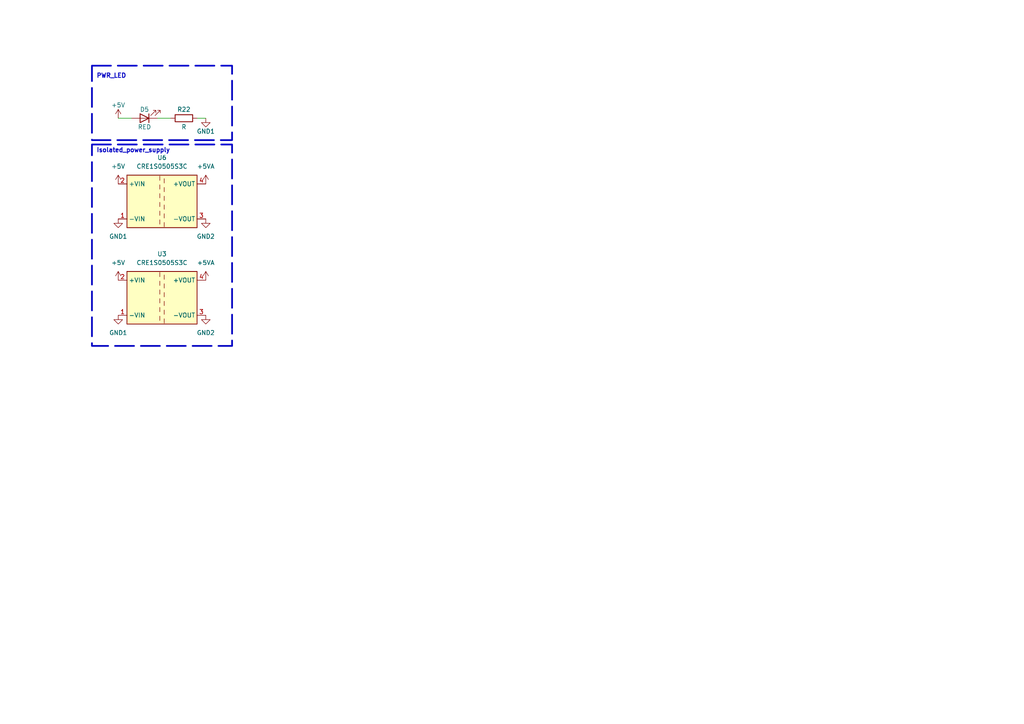
<source format=kicad_sch>
(kicad_sch (version 20230121) (generator eeschema)
  (paper "A4")
  (lib_symbols
    (symbol "Device:LED" (pin_numbers hide) (pin_names (offset 1.016) hide)
      (property "Reference" "D" (at 0 2.54 0))
      (property "Value" "LED" (at 0 -2.54 0))
      (symbol "LED_0_1"
        (polyline (pts (xy -1.27 -1.27) (xy -1.27 1.27)) (stroke (width 0.254)))
        (polyline (pts (xy -1.27 0) (xy 1.27 0)))
        (polyline (pts (xy 1.27 -1.27) (xy 1.27 1.27) (xy -1.27 0) (xy 1.27 -1.27)) (stroke (width 0.254)))
        (polyline (pts (xy -3.048 -0.762) (xy -4.572 -2.286) (xy -3.81 -2.286) (xy -4.572 -2.286) (xy -4.572 -1.524)))
        (polyline (pts (xy -1.778 -0.762) (xy -3.302 -2.286) (xy -2.54 -2.286) (xy -3.302 -2.286) (xy -3.302 -1.524)))
      )
      (symbol "LED_1_1"
        (pin passive line (at -3.81 0 0) (length 2.54) (name "K") (number "1"))
        (pin passive line (at 3.81 0 180) (length 2.54) (name "A") (number "2"))
      )
    )
    (symbol "Device:R" (pin_numbers hide) (pin_names (offset 0))
      (property "Reference" "R" (at 2.032 0 90))
      (property "Value" "R" (at 0 0 90))
      (symbol "R_0_1"
        (rectangle (start -1.016 -2.54) (end 1.016 2.54) (stroke (width 0.254)))
      )
      (symbol "R_1_1"
        (pin passive line (at 0 3.81 270) (length 1.27) (name "~") (number "1"))
        (pin passive line (at 0 -3.81 90) (length 1.27) (name "~") (number "2"))
      )
    )
    (symbol "Regulator_Switching:CRE1S0505S3C"
      (property "Reference" "U" (at -8.89 8.89 0))
      (property "Value" "CRE1S0505S3C" (at 2.54 8.89 0))
      (symbol "CRE1S0505S3C_0_1"
        (rectangle (start -10.16 7.62) (end 10.16 -7.62) (stroke (width 0.254)) (fill (type background)))
        (polyline (pts (xy -0.635 -5.334) (xy -0.635 -6.604)))
        (polyline (pts (xy -0.635 -2.794) (xy -0.635 -4.064)))
        (polyline (pts (xy -0.635 -0.254) (xy -0.635 -1.524)))
        (polyline (pts (xy -0.635 2.286) (xy -0.635 1.016)))
        (polyline (pts (xy -0.635 4.826) (xy -0.635 3.556)))
        (polyline (pts (xy -0.635 7.366) (xy -0.635 6.096)))
        (polyline (pts (xy 0.635 -7.366) (xy 0.635 -6.096)))
        (polyline (pts (xy 0.635 -4.826) (xy 0.635 -3.556)))
        (polyline (pts (xy 0.635 -2.286) (xy 0.635 -1.016)))
        (polyline (pts (xy 0.635 0.254) (xy 0.635 1.524)))
        (polyline (pts (xy 0.635 2.794) (xy 0.635 4.064)))
        (polyline (pts (xy 0.635 5.334) (xy 0.635 6.604)))
      )
      (symbol "CRE1S0505S3C_1_1"
        (pin power_in line (at -12.7 -5.08 0) (length 2.54) (name "-VIN") (number "1"))
        (pin power_in line (at -12.7 5.08 0) (length 2.54) (name "+VIN") (number "2"))
        (pin power_out line (at 12.7 -5.08 180) (length 2.54) (name "-VOUT") (number "3"))
        (pin power_out line (at 12.7 5.08 180) (length 2.54) (name "+VOUT") (number "4"))
      )
    )
    (symbol "power:+5V" (power) (pin_names (offset 0))
      (property "Value" "+5V" (at 0 3.556 0))
      (symbol "+5V_0_1"
        (polyline (pts (xy -0.762 1.27) (xy 0 2.54)))
        (polyline (pts (xy 0 0) (xy 0 2.54)))
        (polyline (pts (xy 0 2.54) (xy 0.762 1.27)))
      )
      (symbol "+5V_1_1"
        (pin power_in line (at 0 0 90) (length 0) hide (name "+5V") (number "1"))
      )
    )
    (symbol "power:+5VA" (power) (pin_names (offset 0))
      (property "Value" "+5VA" (at 0 3.556 0))
      (symbol "+5VA_0_1"
        (polyline (pts (xy -0.762 1.27) (xy 0 2.54)))
        (polyline (pts (xy 0 0) (xy 0 2.54)))
        (polyline (pts (xy 0 2.54) (xy 0.762 1.27)))
      )
      (symbol "+5VA_1_1"
        (pin power_in line (at 0 0 90) (length 0) hide (name "+5VA") (number "1"))
      )
    )
    (symbol "power:GND1" (power) (pin_names (offset 0))
      (property "Value" "GND1" (at 0 -3.81 0))
      (symbol "GND1_0_1"
        (polyline (pts (xy 0 0) (xy 0 -1.27) (xy 1.27 -1.27) (xy 0 -2.54) (xy -1.27 -1.27) (xy 0 -1.27)))
      )
      (symbol "GND1_1_1"
        (pin power_in line (at 0 0 270) (length 0) hide (name "GND1") (number "1"))
      )
    )
    (symbol "power:GND2" (power) (pin_names (offset 0))
      (property "Value" "GND2" (at 0 -3.81 0))
      (symbol "GND2_0_1"
        (polyline (pts (xy 0 0) (xy 0 -1.27) (xy 1.27 -1.27) (xy 0 -2.54) (xy -1.27 -1.27) (xy 0 -1.27)))
      )
      (symbol "GND2_1_1"
        (pin power_in line (at 0 0 270) (length 0) hide (name "GND2") (number "1"))
      )
    )
  )
  (wire (pts (xy 34.29 34.29) (xy 38.1 34.29)))
  (wire (pts (xy 57.15 34.29) (xy 59.69 34.29)))
  (wire (pts (xy 49.53 34.29) (xy 45.72 34.29)))
  (rectangle (start 26.67 19.05) (end 67.31 40.64) (stroke (width 0.5) (type dash)))
  (rectangle (start 26.67 41.91) (end 67.31 100.33) (stroke (width 0.5) (type dash)))
  (text "PWR_LED" (at 27.94 22.86 0) (effects (font (size 1.27 1.27) bold) (justify left bottom)))
  (text "Isolated_power_supply\n" (at 27.94 44.45 0) (effects (font (size 1.27 1.27) (thickness 0.254) bold) (justify left bottom)))
  (symbol (lib_id "power:GND1") (at 34.29 91.44 0) (unit 1)
    (property "Reference" "#PWR050" (effects hide))
    (property "Value" "GND1" (at 34.29 96.52 0))
    (instances (project "Rapid_Core-RCP" (path "" (reference "#PWR050") (unit 1)) (path "" (reference "#PWR049") (unit 1))))
  )
  (symbol (lib_id "power:+5V") (at 34.29 34.29 0) (unit 1)
    (property "Reference" "#PWR071" (effects hide))
    (property "Value" "+5V" (at 34.29 30.48 0))
    (instances (project "Rapid_Core-RCP" (path "" (reference "#PWR071") (unit 1)) (path "" (reference "#PWR045") (unit 1))))
  )
  (symbol (lib_id "Regulator_Switching:CRE1S0505S3C") (at 46.99 58.42 0) (unit 1)
    (property "Reference" "U6" (at 46.99 45.72 0))
    (property "Value" "CRE1S0505S3C" (at 46.99 48.26 0))
    (property "Footprint" "Converter_DCDC:Converter_DCDC_Murata_CRE1xxxxxx3C_THT" (effects hide))
    (property "Datasheet" "http://power.murata.com/datasheet?/data/power/ncl/kdc_cre1.pdf" (effects hide))
    (instances (project "Rapid_Core-RCP" (path "" (reference "U6") (unit 1)) (path "" (reference "U3") (unit 1))))
  )
  (symbol (lib_id "Regulator_Switching:CRE1S0505S3C") (at 46.99 86.36 0) (unit 1)
    (property "Reference" "U3" (at 46.99 73.66 0))
    (property "Value" "CRE1S0505S3C" (at 46.99 76.2 0))
    (property "Footprint" "Converter_DCDC:Converter_DCDC_Murata_CRE1xxxxxx3C_THT" (effects hide))
    (property "Datasheet" "http://power.murata.com/datasheet?/data/power/ncl/kdc_cre1.pdf" (effects hide))
    (instances (project "Rapid_Core-RCP" (path "" (reference "U3") (unit 1)) (path "" (reference "U6") (unit 1))))
  )
  (symbol (lib_id "power:+5V") (at 34.29 53.34 0) (unit 1)
    (property "Reference" "#PWR045" (effects hide))
    (property "Value" "+5V" (at 34.29 48.26 0))
    (instances (project "Rapid_Core-RCP" (path "" (reference "#PWR045") (unit 1)) (path "" (reference "#PWR046") (unit 1))))
  )
  (symbol (lib_id "Device:R") (at 53.34 34.29 90) (unit 1)
    (property "Reference" "R22" (at 53.34 31.75 90))
    (property "Value" "R" (at 53.34 36.83 90))
    (instances (project "Rapid_Core-RCP" (path "" (reference "R22") (unit 1)) (path "" (reference "R28") (unit 1))))
  )
  (symbol (lib_id "power:GND1") (at 34.29 63.5 0) (unit 1)
    (property "Reference" "#PWR049" (effects hide))
    (property "Value" "GND1" (at 34.29 68.58 0))
    (instances (project "Rapid_Core-RCP" (path "" (reference "#PWR049") (unit 1)) (path "" (reference "#PWR047") (unit 1))))
  )
  (symbol (lib_id "power:+5V") (at 34.29 81.28 0) (unit 1)
    (property "Reference" "#PWR048" (effects hide))
    (property "Value" "+5V" (at 34.29 76.2 0))
  )
  (symbol (lib_id "power:GND2") (at 59.69 91.44 0) (unit 1)
    (property "Reference" "#PWR052" (effects hide))
    (property "Value" "GND2" (at 59.69 96.52 0))
    (instances (project "Rapid_Core-RCP" (path "" (reference "#PWR052") (unit 1)) (path "" (reference "#PWR072") (unit 1))))
  )
  (symbol (lib_id "Device:LED") (at 41.91 34.29 180) (unit 1)
    (property "Reference" "D5" (at 41.91 31.75 0))
    (property "Value" "RED" (at 41.91 36.83 0))
    (instances (project "Rapid_Core-RCP" (path "" (reference "D5") (unit 1)) (path "" (reference "D9") (unit 1))))
  )
  (symbol (lib_id "power:+5VA") (at 59.69 81.28 0) (unit 1)
    (property "Reference" "#PWR046" (effects hide))
    (property "Value" "+5VA" (at 59.69 76.2 0))
    (instances (project "Rapid_Core-RCP" (path "" (reference "#PWR046") (unit 1)) (path "" (reference "#PWR071") (unit 1))))
  )
  (symbol (lib_id "power:+5VA") (at 59.69 53.34 0) (unit 1)
    (property "Reference" "#PWR047" (effects hide))
    (property "Value" "+5VA" (at 59.69 48.26 0))
    (instances (project "Rapid_Core-RCP" (path "" (reference "#PWR047") (unit 1)) (path "" (reference "#PWR051") (unit 1))))
  )
  (symbol (lib_id "power:GND1") (at 59.69 34.29 0) (unit 1)
    (property "Reference" "#PWR072" (effects hide))
    (property "Value" "GND1" (at 59.69 38.1 0))
    (instances (project "Rapid_Core-RCP" (path "" (reference "#PWR072") (unit 1)) (path "" (reference "#PWR050") (unit 1))))
  )
  (symbol (lib_id "power:GND2") (at 59.69 63.5 0) (unit 1)
    (property "Reference" "#PWR051" (effects hide))
    (property "Value" "GND2" (at 59.69 68.58 0))
    (instances (project "Rapid_Core-RCP" (path "" (reference "#PWR051") (unit 1)) (path "" (reference "#PWR052") (unit 1))))
  )
)
</source>
